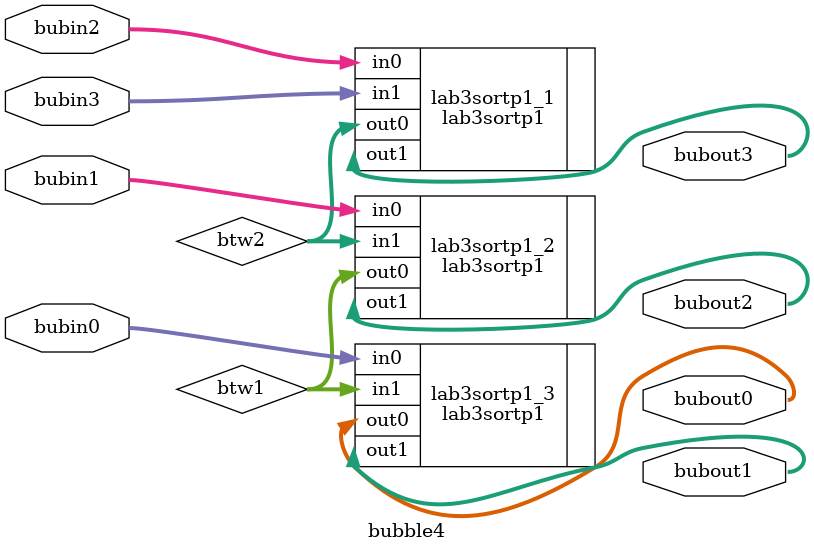
<source format=v>


module bubble4(
	/*
	//////////// CLOCK //////////
	input 		          		ADC_CLK_10,
	input 		          		MAX10_CLK1_50,
	input 		          		MAX10_CLK2_50,

	//////////// SEG7 //////////
	output		     [7:0]		HEX0,
	output		     [7:0]		HEX1,
	output		     [7:0]		HEX2,
	output		     [7:0]		HEX3,
	output		     [7:0]		HEX4,
	output		     [7:0]		HEX5,

	//////////// KEY //////////
	input 		     [1:0]		KEY,

	//////////// LED //////////
	output		     [9:0]		LEDR,

	//////////// SW //////////
	input 		     [9:0]		SW */
	
input [3:0] bubin3,
input [3:0] bubin2,
input [3:0] bubin1,
input [3:0] bubin0,
output [3:0] bubout3,
output [3:0] bubout2,
output [3:0] bubout1,
output [3:0] bubout0
	
);
wire [3:0] btw2;
wire [3:0] btw1;
	

//=======================================================
//  REG/WIRE declarations
//=======================================================


//=======================================================
//  Structural coding
//=======================================================

lab3sortp1 lab3sortp1_1(.in1(bubin3), .in0(bubin2), .out1(bubout3), .out0(btw2));

lab3sortp1 lab3sortp1_2(.in1(btw2), .in0(bubin1), .out1(bubout2), .out0(btw1));
lab3sortp1 lab3sortp1_3(.in1(btw1), .in0(bubin0), .out1(bubout1), .out0(bubout0));

endmodule

</source>
